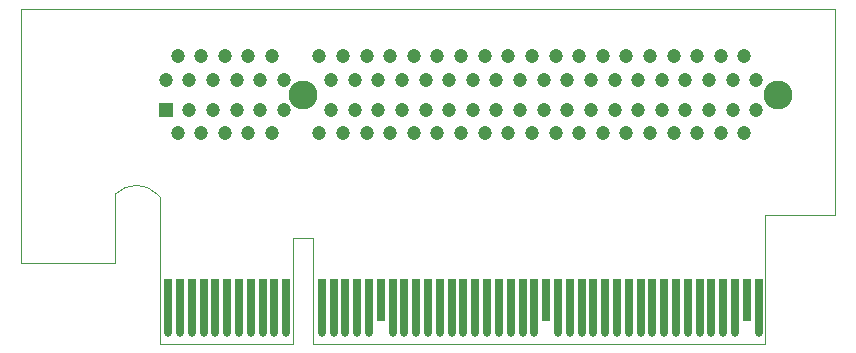
<source format=gts>
G04 #@! TF.FileFunction,Soldermask,Top*
%FSLAX46Y46*%
G04 Gerber Fmt 4.6, Leading zero omitted, Abs format (unit mm)*
G04 Created by KiCad (PCBNEW 4.0.2+e4-6225~38~ubuntu14.04.1-stable) date Mon Aug  1 23:16:18 2016*
%MOMM*%
G01*
G04 APERTURE LIST*
%ADD10C,0.350000*%
%ADD11C,0.100000*%
%ADD12R,0.650240X4.599940*%
%ADD13R,0.650240X3.599180*%
%ADD14C,0.650240*%
%ADD15C,2.450000*%
%ADD16R,1.200000X1.200000*%
%ADD17C,1.200000*%
G04 APERTURE END LIST*
D10*
D11*
X174000000Y-175677360D02*
X173750000Y-175427360D01*
X174000000Y-175720060D02*
X174000000Y-188150000D01*
X185250000Y-179150000D02*
X185250000Y-188150000D01*
X162250000Y-159804100D02*
X162250000Y-181250000D01*
X170225720Y-175488600D02*
X170225720Y-181250000D01*
X170172380Y-181250000D02*
X162250000Y-181250000D01*
X225247200Y-177250000D02*
X231165400Y-177250000D01*
X231162860Y-159804100D02*
X162250000Y-159804100D01*
X231165400Y-177241200D02*
X231165400Y-159806640D01*
X225250000Y-177250000D02*
X225250000Y-177500000D01*
X185250000Y-188150000D02*
X174000000Y-188150000D01*
X187000000Y-179150000D02*
X185250000Y-179150000D01*
X187000000Y-188150000D02*
X187000000Y-179150000D01*
X225250000Y-188150000D02*
X187000000Y-188150000D01*
X225250000Y-177250000D02*
X225250000Y-188150000D01*
X173795515Y-175473408D02*
G75*
G03X170265240Y-175442600I-1780275J-1719192D01*
G01*
D12*
X174714620Y-184936920D03*
X175715380Y-184936920D03*
X176713600Y-184936920D03*
X177714360Y-184936920D03*
X178715120Y-184936920D03*
X179713340Y-184936920D03*
X180714100Y-184936920D03*
X181714860Y-184936920D03*
X182713080Y-184936920D03*
X183713840Y-184936920D03*
X184714600Y-184936920D03*
X187714340Y-184936920D03*
X188715100Y-184936920D03*
X189713320Y-184936920D03*
X190714080Y-184936920D03*
X191714840Y-184936920D03*
D13*
X192713060Y-184436540D03*
D12*
X193713820Y-184936920D03*
X194714220Y-184936920D03*
X195714220Y-184936920D03*
X196714220Y-184936920D03*
X197714220Y-184936920D03*
X198714220Y-184936920D03*
X199714220Y-184936920D03*
X200714220Y-184936920D03*
X201714220Y-184936920D03*
X202714220Y-184936920D03*
X203714220Y-184936920D03*
X204714220Y-184936920D03*
X205714220Y-184936920D03*
D13*
X206714220Y-184436920D03*
D12*
X207714220Y-184936920D03*
X208714220Y-184936920D03*
X209714220Y-184936920D03*
X210714220Y-184936920D03*
X211714220Y-184936920D03*
X212714220Y-184936920D03*
X213714220Y-184936920D03*
X214714220Y-184936920D03*
X215714220Y-184936920D03*
X216714220Y-184936920D03*
X217714220Y-184936920D03*
X218714220Y-184936920D03*
X219714220Y-184936920D03*
X220714220Y-184936920D03*
X221714220Y-184936920D03*
X222714220Y-184936920D03*
D13*
X223714220Y-184436920D03*
D12*
X224714220Y-184936920D03*
D14*
X174714620Y-187238160D03*
X175715380Y-187238160D03*
X176713600Y-187238160D03*
X177714360Y-187238160D03*
X178715120Y-187238160D03*
X179713340Y-187238160D03*
X180714100Y-187238160D03*
X181714860Y-187238160D03*
X182713080Y-187238160D03*
X183713840Y-187238160D03*
X184714600Y-187238160D03*
X187714340Y-187238160D03*
X188715100Y-187238160D03*
X189713320Y-187238160D03*
X190714080Y-187238160D03*
X191714840Y-187238160D03*
X193713820Y-187238160D03*
X194714220Y-187238160D03*
X195714220Y-187238160D03*
X196714220Y-187238160D03*
X197714220Y-187238160D03*
X198714220Y-187238160D03*
X199714220Y-187238160D03*
X200714220Y-187238160D03*
X201714220Y-187238160D03*
X202714220Y-187238160D03*
X203714220Y-187238160D03*
X204714220Y-187238160D03*
X205714220Y-187238160D03*
X207714220Y-187238160D03*
X208714220Y-187238160D03*
X209714220Y-187238160D03*
X210714220Y-187238160D03*
X211714220Y-187238160D03*
X212714220Y-187238160D03*
X213714220Y-187238160D03*
X214714220Y-187238160D03*
X215714220Y-187238160D03*
X216714220Y-187238160D03*
X217714220Y-187238160D03*
X218714220Y-187238160D03*
X219714220Y-187238160D03*
X220714220Y-187238160D03*
X221714220Y-187238160D03*
X222714220Y-187238160D03*
X224714220Y-187238160D03*
D15*
X226306600Y-167055800D03*
X186156600Y-167055800D03*
D16*
X174506600Y-168305800D03*
D17*
X175506600Y-170305800D03*
X176506600Y-168305800D03*
X177506600Y-170305800D03*
X178506600Y-168305800D03*
X179506600Y-170305800D03*
X180506600Y-168305800D03*
X181506600Y-170305800D03*
X182506600Y-168305800D03*
X183506600Y-170305800D03*
X184506600Y-168305800D03*
X187506600Y-170305800D03*
X188506600Y-168305800D03*
X189506600Y-170305800D03*
X190506600Y-168305800D03*
X191506600Y-170305800D03*
X192506600Y-168305800D03*
X193506600Y-170305800D03*
X194506600Y-168305800D03*
X195506600Y-170305800D03*
X196506600Y-168305800D03*
X197506600Y-170305800D03*
X198506600Y-168305800D03*
X199506600Y-170305800D03*
X200506600Y-168305800D03*
X201506600Y-170305800D03*
X202506600Y-168305800D03*
X203506600Y-170305800D03*
X204506600Y-168305800D03*
X205506600Y-170305800D03*
X206506600Y-168305800D03*
X207506600Y-170305800D03*
X208506600Y-168305800D03*
X209506600Y-170305800D03*
X210506600Y-168305800D03*
X211506600Y-170305800D03*
X212506600Y-168305800D03*
X213506600Y-170305800D03*
X214506600Y-168305800D03*
X215506600Y-170305800D03*
X216506600Y-168305800D03*
X217506600Y-170305800D03*
X218506600Y-168305800D03*
X219506600Y-170305800D03*
X220506600Y-168305800D03*
X221506600Y-170305800D03*
X222506600Y-168305800D03*
X223506600Y-170305800D03*
X174506600Y-165805800D03*
X175506600Y-163805800D03*
X176506600Y-165805800D03*
X177506600Y-163805800D03*
X178506600Y-165805800D03*
X179506600Y-163805800D03*
X180506600Y-165805800D03*
X181506600Y-163805800D03*
X182506600Y-165805800D03*
X183506600Y-163805800D03*
X184506600Y-165805800D03*
X187506600Y-163805800D03*
X188506600Y-165805800D03*
X189506600Y-163805800D03*
X190506600Y-165805800D03*
X191506600Y-163805800D03*
X192506600Y-165805800D03*
X193506600Y-163805800D03*
X194506600Y-165805800D03*
X195506600Y-163805800D03*
X196506600Y-165805800D03*
X197506600Y-163805800D03*
X198506600Y-165805800D03*
X199506600Y-163805800D03*
X200506600Y-165805800D03*
X201506600Y-163805800D03*
X202506600Y-165805800D03*
X203506600Y-163805800D03*
X204506600Y-165805800D03*
X205506600Y-163805800D03*
X206506600Y-165805800D03*
X207506600Y-163805800D03*
X208506600Y-165805800D03*
X209506600Y-163805800D03*
X210506600Y-165805800D03*
X211506600Y-163805800D03*
X212506600Y-165805800D03*
X213506600Y-163805800D03*
X214506600Y-165805800D03*
X215506600Y-163805800D03*
X216506600Y-165805800D03*
X217506600Y-163805800D03*
X218506600Y-165805800D03*
X219506600Y-163805800D03*
X220506600Y-165805800D03*
X221506600Y-163805800D03*
X222506600Y-165805800D03*
X223506600Y-163805800D03*
X224506600Y-168305800D03*
X224506600Y-165805800D03*
M02*

</source>
